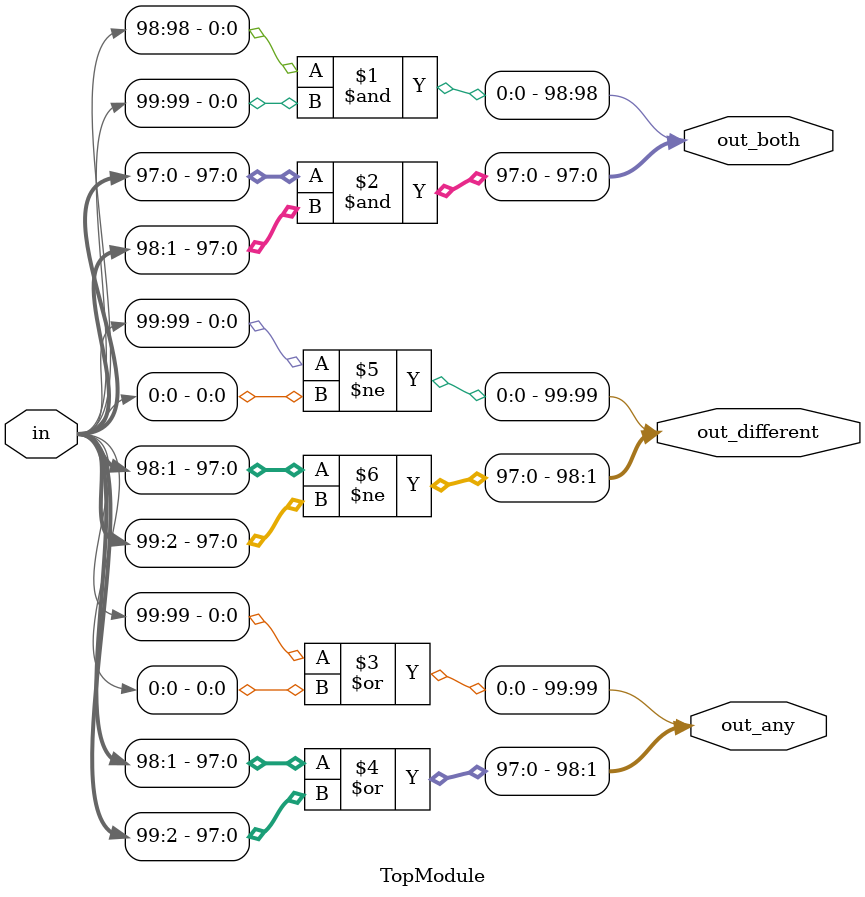
<source format=sv>

module TopModule (
  input [99:0] in,
  output [98:0] out_both,
  output [99:1] out_any,
  output [99:0] out_different
);

  // out_both: Check if both input bit and its neighbor to the left are '1'
  assign out_both[98] = in[98] & in[99];
  assign out_both[97:0] = in[97:0] & in[98:1];

  // out_any: Check if any of the input bit and its neighbor to the right are '1'
  assign out_any[99] = in[99] | in[0];
  assign out_any[98:1] = in[98:1] | in[99:2];

  // out_different: Check if the input bit is different from its neighbor to the left (wrapping)
  assign out_different[99] = in[99] != in[0];
  assign out_different[98:1] = in[98:1] != in[99:2];

endmodule

// VERILOG-EVAL: errant inclusion of module definition

</source>
